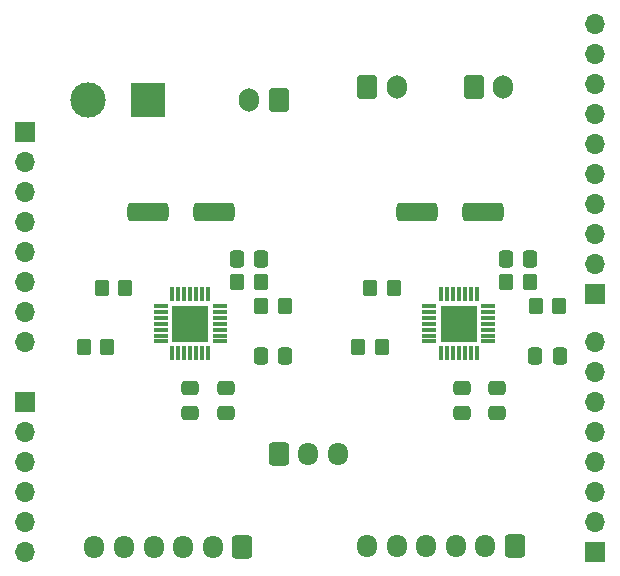
<source format=gbr>
%TF.GenerationSoftware,KiCad,Pcbnew,8.0.6*%
%TF.CreationDate,2025-01-21T14:15:01+01:00*%
%TF.ProjectId,Drivers_PCB,44726976-6572-4735-9f50-43422e6b6963,rev?*%
%TF.SameCoordinates,Original*%
%TF.FileFunction,Soldermask,Top*%
%TF.FilePolarity,Negative*%
%FSLAX46Y46*%
G04 Gerber Fmt 4.6, Leading zero omitted, Abs format (unit mm)*
G04 Created by KiCad (PCBNEW 8.0.6) date 2025-01-21 14:15:01*
%MOMM*%
%LPD*%
G01*
G04 APERTURE LIST*
G04 Aperture macros list*
%AMRoundRect*
0 Rectangle with rounded corners*
0 $1 Rounding radius*
0 $2 $3 $4 $5 $6 $7 $8 $9 X,Y pos of 4 corners*
0 Add a 4 corners polygon primitive as box body*
4,1,4,$2,$3,$4,$5,$6,$7,$8,$9,$2,$3,0*
0 Add four circle primitives for the rounded corners*
1,1,$1+$1,$2,$3*
1,1,$1+$1,$4,$5*
1,1,$1+$1,$6,$7*
1,1,$1+$1,$8,$9*
0 Add four rect primitives between the rounded corners*
20,1,$1+$1,$2,$3,$4,$5,0*
20,1,$1+$1,$4,$5,$6,$7,0*
20,1,$1+$1,$6,$7,$8,$9,0*
20,1,$1+$1,$8,$9,$2,$3,0*%
G04 Aperture macros list end*
%ADD10RoundRect,0.250000X0.337500X0.475000X-0.337500X0.475000X-0.337500X-0.475000X0.337500X-0.475000X0*%
%ADD11R,3.000000X3.000000*%
%ADD12C,3.000000*%
%ADD13RoundRect,0.250000X0.600000X0.725000X-0.600000X0.725000X-0.600000X-0.725000X0.600000X-0.725000X0*%
%ADD14O,1.700000X1.950000*%
%ADD15RoundRect,0.250000X0.350000X0.450000X-0.350000X0.450000X-0.350000X-0.450000X0.350000X-0.450000X0*%
%ADD16RoundRect,0.250000X-0.600000X-0.750000X0.600000X-0.750000X0.600000X0.750000X-0.600000X0.750000X0*%
%ADD17O,1.700000X2.000000*%
%ADD18RoundRect,0.250000X-0.350000X-0.450000X0.350000X-0.450000X0.350000X0.450000X-0.350000X0.450000X0*%
%ADD19R,0.300000X1.150000*%
%ADD20R,1.150000X0.300000*%
%ADD21R,3.150000X3.150000*%
%ADD22RoundRect,0.250000X0.475000X-0.337500X0.475000X0.337500X-0.475000X0.337500X-0.475000X-0.337500X0*%
%ADD23RoundRect,0.400000X-1.350000X-0.400000X1.350000X-0.400000X1.350000X0.400000X-1.350000X0.400000X0*%
%ADD24RoundRect,0.250000X-0.600000X-0.725000X0.600000X-0.725000X0.600000X0.725000X-0.600000X0.725000X0*%
%ADD25RoundRect,0.250000X0.600000X0.750000X-0.600000X0.750000X-0.600000X-0.750000X0.600000X-0.750000X0*%
%ADD26R,1.700000X1.700000*%
%ADD27O,1.700000X1.700000*%
G04 APERTURE END LIST*
D10*
%TO.C,C6*%
X115037500Y-65500000D03*
X112962500Y-65500000D03*
%TD*%
D11*
%TO.C,J1*%
X105390000Y-52050000D03*
D12*
X100310000Y-52050000D03*
%TD*%
D13*
%TO.C,J5*%
X136500000Y-89800000D03*
D14*
X134000000Y-89800000D03*
X131500000Y-89800000D03*
X129000000Y-89800000D03*
X126500000Y-89800000D03*
X124000000Y-89800000D03*
%TD*%
D15*
%TO.C,R8*%
X125250000Y-73000000D03*
X123250000Y-73000000D03*
%TD*%
D10*
%TO.C,C2*%
X117037500Y-73750000D03*
X114962500Y-73750000D03*
%TD*%
D15*
%TO.C,R6*%
X140250000Y-69500000D03*
X138250000Y-69500000D03*
%TD*%
D16*
%TO.C,J6*%
X133000000Y-51000000D03*
D17*
X135500000Y-51000000D03*
%TD*%
D18*
%TO.C,R1*%
X113000000Y-67500000D03*
X115000000Y-67500000D03*
%TD*%
D13*
%TO.C,J3*%
X113400000Y-89900000D03*
D14*
X110900000Y-89900000D03*
X108400000Y-89900000D03*
X105900000Y-89900000D03*
X103400000Y-89900000D03*
X100900000Y-89900000D03*
%TD*%
D15*
%TO.C,R3*%
X103500000Y-68000000D03*
X101500000Y-68000000D03*
%TD*%
%TO.C,R2*%
X117000000Y-69500000D03*
X115000000Y-69500000D03*
%TD*%
D10*
%TO.C,C7*%
X140287500Y-73750000D03*
X138212500Y-73750000D03*
%TD*%
D19*
%TO.C,U1*%
X107500000Y-73500000D03*
X108000000Y-73500000D03*
X108500000Y-73500000D03*
X109000000Y-73500000D03*
X109500000Y-73500000D03*
X110000000Y-73500000D03*
X110500000Y-73500000D03*
D20*
X111500000Y-72500000D03*
X111500000Y-72000000D03*
X111500000Y-71500000D03*
X111500000Y-71000000D03*
X111500000Y-70500000D03*
X111500000Y-70000000D03*
X111500000Y-69500000D03*
D19*
X110500000Y-68500000D03*
X110000000Y-68500000D03*
X109500000Y-68500000D03*
X109000000Y-68500000D03*
X108500000Y-68500000D03*
X108000000Y-68500000D03*
X107500000Y-68500000D03*
D20*
X106500000Y-69500000D03*
X106500000Y-70000000D03*
X106500000Y-70500000D03*
X106500000Y-71000000D03*
X106500000Y-71500000D03*
X106500000Y-72000000D03*
X106500000Y-72500000D03*
D21*
X109000000Y-71000000D03*
%TD*%
D22*
%TO.C,C8*%
X132000000Y-78537500D03*
X132000000Y-76462500D03*
%TD*%
D15*
%TO.C,R7*%
X126250000Y-68000000D03*
X124250000Y-68000000D03*
%TD*%
D23*
%TO.C,C5*%
X128200000Y-61550000D03*
X133800000Y-61550000D03*
%TD*%
D18*
%TO.C,R5*%
X135750000Y-67500000D03*
X137750000Y-67500000D03*
%TD*%
D24*
%TO.C,J4*%
X116500000Y-82000000D03*
D14*
X119000000Y-82000000D03*
X121500000Y-82000000D03*
%TD*%
D19*
%TO.C,U2*%
X130250000Y-73500000D03*
X130750000Y-73500000D03*
X131250000Y-73500000D03*
X131750000Y-73500000D03*
X132250000Y-73500000D03*
X132750000Y-73500000D03*
X133250000Y-73500000D03*
D20*
X134250000Y-72500000D03*
X134250000Y-72000000D03*
X134250000Y-71500000D03*
X134250000Y-71000000D03*
X134250000Y-70500000D03*
X134250000Y-70000000D03*
X134250000Y-69500000D03*
D19*
X133250000Y-68500000D03*
X132750000Y-68500000D03*
X132250000Y-68500000D03*
X131750000Y-68500000D03*
X131250000Y-68500000D03*
X130750000Y-68500000D03*
X130250000Y-68500000D03*
D20*
X129250000Y-69500000D03*
X129250000Y-70000000D03*
X129250000Y-70500000D03*
X129250000Y-71000000D03*
X129250000Y-71500000D03*
X129250000Y-72000000D03*
X129250000Y-72500000D03*
D21*
X131750000Y-71000000D03*
%TD*%
D23*
%TO.C,C10*%
X105450000Y-61550000D03*
X111050000Y-61550000D03*
%TD*%
D22*
%TO.C,C3*%
X109000000Y-78537500D03*
X109000000Y-76462500D03*
%TD*%
%TO.C,C4*%
X112000000Y-78537500D03*
X112000000Y-76462500D03*
%TD*%
D25*
%TO.C,J11*%
X116500000Y-52100000D03*
D17*
X114000000Y-52100000D03*
%TD*%
D16*
%TO.C,J2*%
X124000000Y-51000000D03*
D17*
X126500000Y-51000000D03*
%TD*%
D10*
%TO.C,C1*%
X137787500Y-65500000D03*
X135712500Y-65500000D03*
%TD*%
D22*
%TO.C,C9*%
X135000000Y-78537500D03*
X135000000Y-76462500D03*
%TD*%
D15*
%TO.C,R4*%
X102000000Y-73000000D03*
X100000000Y-73000000D03*
%TD*%
D26*
%TO.C,J8*%
X95000000Y-77650000D03*
D27*
X95000000Y-80190000D03*
X95000000Y-82730000D03*
X95000000Y-85270000D03*
X95000000Y-87810000D03*
X95000000Y-90350000D03*
%TD*%
D26*
%TO.C,J7*%
X95000000Y-54790000D03*
D27*
X95000000Y-57330000D03*
X95000000Y-59870000D03*
X95000000Y-62410000D03*
X95000000Y-64950000D03*
X95000000Y-67490000D03*
X95000000Y-70030000D03*
X95000000Y-72570000D03*
%TD*%
D26*
%TO.C,J9*%
X143250000Y-68450000D03*
D27*
X143250000Y-65910000D03*
X143250000Y-63370000D03*
X143250000Y-60830000D03*
X143250000Y-58290000D03*
X143250000Y-55750000D03*
X143250000Y-53210000D03*
X143250000Y-50670000D03*
X143250000Y-48130000D03*
X143250000Y-45590000D03*
%TD*%
D26*
%TO.C,J10*%
X143300000Y-90290000D03*
D27*
X143300000Y-87750000D03*
X143300000Y-85210000D03*
X143300000Y-82670000D03*
X143300000Y-80130000D03*
X143300000Y-77590000D03*
X143300000Y-75050000D03*
X143300000Y-72510000D03*
%TD*%
M02*

</source>
